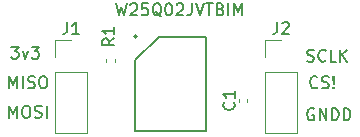
<source format=gbr>
%TF.GenerationSoftware,KiCad,Pcbnew,9.0.6*%
%TF.CreationDate,2025-11-01T16:48:45-04:00*%
%TF.ProjectId,W25Q02JVTBIM_breakout,57323551-3032-44a5-9654-42494d5f6272,rev?*%
%TF.SameCoordinates,Original*%
%TF.FileFunction,Legend,Top*%
%TF.FilePolarity,Positive*%
%FSLAX46Y46*%
G04 Gerber Fmt 4.6, Leading zero omitted, Abs format (unit mm)*
G04 Created by KiCad (PCBNEW 9.0.6) date 2025-11-01 16:48:45*
%MOMM*%
%LPD*%
G01*
G04 APERTURE LIST*
%ADD10C,0.150000*%
%ADD11C,0.120000*%
%ADD12C,0.200000*%
G04 APERTURE END LIST*
D10*
X166039160Y-93072200D02*
X166182017Y-93119819D01*
X166182017Y-93119819D02*
X166420112Y-93119819D01*
X166420112Y-93119819D02*
X166515350Y-93072200D01*
X166515350Y-93072200D02*
X166562969Y-93024580D01*
X166562969Y-93024580D02*
X166610588Y-92929342D01*
X166610588Y-92929342D02*
X166610588Y-92834104D01*
X166610588Y-92834104D02*
X166562969Y-92738866D01*
X166562969Y-92738866D02*
X166515350Y-92691247D01*
X166515350Y-92691247D02*
X166420112Y-92643628D01*
X166420112Y-92643628D02*
X166229636Y-92596009D01*
X166229636Y-92596009D02*
X166134398Y-92548390D01*
X166134398Y-92548390D02*
X166086779Y-92500771D01*
X166086779Y-92500771D02*
X166039160Y-92405533D01*
X166039160Y-92405533D02*
X166039160Y-92310295D01*
X166039160Y-92310295D02*
X166086779Y-92215057D01*
X166086779Y-92215057D02*
X166134398Y-92167438D01*
X166134398Y-92167438D02*
X166229636Y-92119819D01*
X166229636Y-92119819D02*
X166467731Y-92119819D01*
X166467731Y-92119819D02*
X166610588Y-92167438D01*
X167610588Y-93024580D02*
X167562969Y-93072200D01*
X167562969Y-93072200D02*
X167420112Y-93119819D01*
X167420112Y-93119819D02*
X167324874Y-93119819D01*
X167324874Y-93119819D02*
X167182017Y-93072200D01*
X167182017Y-93072200D02*
X167086779Y-92976961D01*
X167086779Y-92976961D02*
X167039160Y-92881723D01*
X167039160Y-92881723D02*
X166991541Y-92691247D01*
X166991541Y-92691247D02*
X166991541Y-92548390D01*
X166991541Y-92548390D02*
X167039160Y-92357914D01*
X167039160Y-92357914D02*
X167086779Y-92262676D01*
X167086779Y-92262676D02*
X167182017Y-92167438D01*
X167182017Y-92167438D02*
X167324874Y-92119819D01*
X167324874Y-92119819D02*
X167420112Y-92119819D01*
X167420112Y-92119819D02*
X167562969Y-92167438D01*
X167562969Y-92167438D02*
X167610588Y-92215057D01*
X168515350Y-93119819D02*
X168039160Y-93119819D01*
X168039160Y-93119819D02*
X168039160Y-92119819D01*
X168848684Y-93119819D02*
X168848684Y-92119819D01*
X169420112Y-93119819D02*
X168991541Y-92548390D01*
X169420112Y-92119819D02*
X168848684Y-92691247D01*
X140836779Y-97869819D02*
X140836779Y-96869819D01*
X140836779Y-96869819D02*
X141170112Y-97584104D01*
X141170112Y-97584104D02*
X141503445Y-96869819D01*
X141503445Y-96869819D02*
X141503445Y-97869819D01*
X142170112Y-96869819D02*
X142360588Y-96869819D01*
X142360588Y-96869819D02*
X142455826Y-96917438D01*
X142455826Y-96917438D02*
X142551064Y-97012676D01*
X142551064Y-97012676D02*
X142598683Y-97203152D01*
X142598683Y-97203152D02*
X142598683Y-97536485D01*
X142598683Y-97536485D02*
X142551064Y-97726961D01*
X142551064Y-97726961D02*
X142455826Y-97822200D01*
X142455826Y-97822200D02*
X142360588Y-97869819D01*
X142360588Y-97869819D02*
X142170112Y-97869819D01*
X142170112Y-97869819D02*
X142074874Y-97822200D01*
X142074874Y-97822200D02*
X141979636Y-97726961D01*
X141979636Y-97726961D02*
X141932017Y-97536485D01*
X141932017Y-97536485D02*
X141932017Y-97203152D01*
X141932017Y-97203152D02*
X141979636Y-97012676D01*
X141979636Y-97012676D02*
X142074874Y-96917438D01*
X142074874Y-96917438D02*
X142170112Y-96869819D01*
X142979636Y-97822200D02*
X143122493Y-97869819D01*
X143122493Y-97869819D02*
X143360588Y-97869819D01*
X143360588Y-97869819D02*
X143455826Y-97822200D01*
X143455826Y-97822200D02*
X143503445Y-97774580D01*
X143503445Y-97774580D02*
X143551064Y-97679342D01*
X143551064Y-97679342D02*
X143551064Y-97584104D01*
X143551064Y-97584104D02*
X143503445Y-97488866D01*
X143503445Y-97488866D02*
X143455826Y-97441247D01*
X143455826Y-97441247D02*
X143360588Y-97393628D01*
X143360588Y-97393628D02*
X143170112Y-97346009D01*
X143170112Y-97346009D02*
X143074874Y-97298390D01*
X143074874Y-97298390D02*
X143027255Y-97250771D01*
X143027255Y-97250771D02*
X142979636Y-97155533D01*
X142979636Y-97155533D02*
X142979636Y-97060295D01*
X142979636Y-97060295D02*
X143027255Y-96965057D01*
X143027255Y-96965057D02*
X143074874Y-96917438D01*
X143074874Y-96917438D02*
X143170112Y-96869819D01*
X143170112Y-96869819D02*
X143408207Y-96869819D01*
X143408207Y-96869819D02*
X143551064Y-96917438D01*
X143979636Y-97869819D02*
X143979636Y-96869819D01*
X166908207Y-95274580D02*
X166860588Y-95322200D01*
X166860588Y-95322200D02*
X166717731Y-95369819D01*
X166717731Y-95369819D02*
X166622493Y-95369819D01*
X166622493Y-95369819D02*
X166479636Y-95322200D01*
X166479636Y-95322200D02*
X166384398Y-95226961D01*
X166384398Y-95226961D02*
X166336779Y-95131723D01*
X166336779Y-95131723D02*
X166289160Y-94941247D01*
X166289160Y-94941247D02*
X166289160Y-94798390D01*
X166289160Y-94798390D02*
X166336779Y-94607914D01*
X166336779Y-94607914D02*
X166384398Y-94512676D01*
X166384398Y-94512676D02*
X166479636Y-94417438D01*
X166479636Y-94417438D02*
X166622493Y-94369819D01*
X166622493Y-94369819D02*
X166717731Y-94369819D01*
X166717731Y-94369819D02*
X166860588Y-94417438D01*
X166860588Y-94417438D02*
X166908207Y-94465057D01*
X167289160Y-95322200D02*
X167432017Y-95369819D01*
X167432017Y-95369819D02*
X167670112Y-95369819D01*
X167670112Y-95369819D02*
X167765350Y-95322200D01*
X167765350Y-95322200D02*
X167812969Y-95274580D01*
X167812969Y-95274580D02*
X167860588Y-95179342D01*
X167860588Y-95179342D02*
X167860588Y-95084104D01*
X167860588Y-95084104D02*
X167812969Y-94988866D01*
X167812969Y-94988866D02*
X167765350Y-94941247D01*
X167765350Y-94941247D02*
X167670112Y-94893628D01*
X167670112Y-94893628D02*
X167479636Y-94846009D01*
X167479636Y-94846009D02*
X167384398Y-94798390D01*
X167384398Y-94798390D02*
X167336779Y-94750771D01*
X167336779Y-94750771D02*
X167289160Y-94655533D01*
X167289160Y-94655533D02*
X167289160Y-94560295D01*
X167289160Y-94560295D02*
X167336779Y-94465057D01*
X167336779Y-94465057D02*
X167384398Y-94417438D01*
X167384398Y-94417438D02*
X167479636Y-94369819D01*
X167479636Y-94369819D02*
X167717731Y-94369819D01*
X167717731Y-94369819D02*
X167860588Y-94417438D01*
X168289160Y-95274580D02*
X168336779Y-95322200D01*
X168336779Y-95322200D02*
X168289160Y-95369819D01*
X168289160Y-95369819D02*
X168241541Y-95322200D01*
X168241541Y-95322200D02*
X168289160Y-95274580D01*
X168289160Y-95274580D02*
X168289160Y-95369819D01*
X168289160Y-94988866D02*
X168241541Y-94417438D01*
X168241541Y-94417438D02*
X168289160Y-94369819D01*
X168289160Y-94369819D02*
X168336779Y-94417438D01*
X168336779Y-94417438D02*
X168289160Y-94988866D01*
X168289160Y-94988866D02*
X168289160Y-94369819D01*
X166610588Y-97142438D02*
X166515350Y-97094819D01*
X166515350Y-97094819D02*
X166372493Y-97094819D01*
X166372493Y-97094819D02*
X166229636Y-97142438D01*
X166229636Y-97142438D02*
X166134398Y-97237676D01*
X166134398Y-97237676D02*
X166086779Y-97332914D01*
X166086779Y-97332914D02*
X166039160Y-97523390D01*
X166039160Y-97523390D02*
X166039160Y-97666247D01*
X166039160Y-97666247D02*
X166086779Y-97856723D01*
X166086779Y-97856723D02*
X166134398Y-97951961D01*
X166134398Y-97951961D02*
X166229636Y-98047200D01*
X166229636Y-98047200D02*
X166372493Y-98094819D01*
X166372493Y-98094819D02*
X166467731Y-98094819D01*
X166467731Y-98094819D02*
X166610588Y-98047200D01*
X166610588Y-98047200D02*
X166658207Y-97999580D01*
X166658207Y-97999580D02*
X166658207Y-97666247D01*
X166658207Y-97666247D02*
X166467731Y-97666247D01*
X167086779Y-98094819D02*
X167086779Y-97094819D01*
X167086779Y-97094819D02*
X167658207Y-98094819D01*
X167658207Y-98094819D02*
X167658207Y-97094819D01*
X168134398Y-98094819D02*
X168134398Y-97094819D01*
X168134398Y-97094819D02*
X168372493Y-97094819D01*
X168372493Y-97094819D02*
X168515350Y-97142438D01*
X168515350Y-97142438D02*
X168610588Y-97237676D01*
X168610588Y-97237676D02*
X168658207Y-97332914D01*
X168658207Y-97332914D02*
X168705826Y-97523390D01*
X168705826Y-97523390D02*
X168705826Y-97666247D01*
X168705826Y-97666247D02*
X168658207Y-97856723D01*
X168658207Y-97856723D02*
X168610588Y-97951961D01*
X168610588Y-97951961D02*
X168515350Y-98047200D01*
X168515350Y-98047200D02*
X168372493Y-98094819D01*
X168372493Y-98094819D02*
X168134398Y-98094819D01*
X169134398Y-98094819D02*
X169134398Y-97094819D01*
X169134398Y-97094819D02*
X169372493Y-97094819D01*
X169372493Y-97094819D02*
X169515350Y-97142438D01*
X169515350Y-97142438D02*
X169610588Y-97237676D01*
X169610588Y-97237676D02*
X169658207Y-97332914D01*
X169658207Y-97332914D02*
X169705826Y-97523390D01*
X169705826Y-97523390D02*
X169705826Y-97666247D01*
X169705826Y-97666247D02*
X169658207Y-97856723D01*
X169658207Y-97856723D02*
X169610588Y-97951961D01*
X169610588Y-97951961D02*
X169515350Y-98047200D01*
X169515350Y-98047200D02*
X169372493Y-98094819D01*
X169372493Y-98094819D02*
X169134398Y-98094819D01*
X140836779Y-95369819D02*
X140836779Y-94369819D01*
X140836779Y-94369819D02*
X141170112Y-95084104D01*
X141170112Y-95084104D02*
X141503445Y-94369819D01*
X141503445Y-94369819D02*
X141503445Y-95369819D01*
X141979636Y-95369819D02*
X141979636Y-94369819D01*
X142408207Y-95322200D02*
X142551064Y-95369819D01*
X142551064Y-95369819D02*
X142789159Y-95369819D01*
X142789159Y-95369819D02*
X142884397Y-95322200D01*
X142884397Y-95322200D02*
X142932016Y-95274580D01*
X142932016Y-95274580D02*
X142979635Y-95179342D01*
X142979635Y-95179342D02*
X142979635Y-95084104D01*
X142979635Y-95084104D02*
X142932016Y-94988866D01*
X142932016Y-94988866D02*
X142884397Y-94941247D01*
X142884397Y-94941247D02*
X142789159Y-94893628D01*
X142789159Y-94893628D02*
X142598683Y-94846009D01*
X142598683Y-94846009D02*
X142503445Y-94798390D01*
X142503445Y-94798390D02*
X142455826Y-94750771D01*
X142455826Y-94750771D02*
X142408207Y-94655533D01*
X142408207Y-94655533D02*
X142408207Y-94560295D01*
X142408207Y-94560295D02*
X142455826Y-94465057D01*
X142455826Y-94465057D02*
X142503445Y-94417438D01*
X142503445Y-94417438D02*
X142598683Y-94369819D01*
X142598683Y-94369819D02*
X142836778Y-94369819D01*
X142836778Y-94369819D02*
X142979635Y-94417438D01*
X143598683Y-94369819D02*
X143789159Y-94369819D01*
X143789159Y-94369819D02*
X143884397Y-94417438D01*
X143884397Y-94417438D02*
X143979635Y-94512676D01*
X143979635Y-94512676D02*
X144027254Y-94703152D01*
X144027254Y-94703152D02*
X144027254Y-95036485D01*
X144027254Y-95036485D02*
X143979635Y-95226961D01*
X143979635Y-95226961D02*
X143884397Y-95322200D01*
X143884397Y-95322200D02*
X143789159Y-95369819D01*
X143789159Y-95369819D02*
X143598683Y-95369819D01*
X143598683Y-95369819D02*
X143503445Y-95322200D01*
X143503445Y-95322200D02*
X143408207Y-95226961D01*
X143408207Y-95226961D02*
X143360588Y-95036485D01*
X143360588Y-95036485D02*
X143360588Y-94703152D01*
X143360588Y-94703152D02*
X143408207Y-94512676D01*
X143408207Y-94512676D02*
X143503445Y-94417438D01*
X143503445Y-94417438D02*
X143598683Y-94369819D01*
X140991541Y-91869819D02*
X141610588Y-91869819D01*
X141610588Y-91869819D02*
X141277255Y-92250771D01*
X141277255Y-92250771D02*
X141420112Y-92250771D01*
X141420112Y-92250771D02*
X141515350Y-92298390D01*
X141515350Y-92298390D02*
X141562969Y-92346009D01*
X141562969Y-92346009D02*
X141610588Y-92441247D01*
X141610588Y-92441247D02*
X141610588Y-92679342D01*
X141610588Y-92679342D02*
X141562969Y-92774580D01*
X141562969Y-92774580D02*
X141515350Y-92822200D01*
X141515350Y-92822200D02*
X141420112Y-92869819D01*
X141420112Y-92869819D02*
X141134398Y-92869819D01*
X141134398Y-92869819D02*
X141039160Y-92822200D01*
X141039160Y-92822200D02*
X140991541Y-92774580D01*
X141943922Y-92203152D02*
X142182017Y-92869819D01*
X142182017Y-92869819D02*
X142420112Y-92203152D01*
X142705827Y-91869819D02*
X143324874Y-91869819D01*
X143324874Y-91869819D02*
X142991541Y-92250771D01*
X142991541Y-92250771D02*
X143134398Y-92250771D01*
X143134398Y-92250771D02*
X143229636Y-92298390D01*
X143229636Y-92298390D02*
X143277255Y-92346009D01*
X143277255Y-92346009D02*
X143324874Y-92441247D01*
X143324874Y-92441247D02*
X143324874Y-92679342D01*
X143324874Y-92679342D02*
X143277255Y-92774580D01*
X143277255Y-92774580D02*
X143229636Y-92822200D01*
X143229636Y-92822200D02*
X143134398Y-92869819D01*
X143134398Y-92869819D02*
X142848684Y-92869819D01*
X142848684Y-92869819D02*
X142753446Y-92822200D01*
X142753446Y-92822200D02*
X142705827Y-92774580D01*
X163496666Y-89784819D02*
X163496666Y-90499104D01*
X163496666Y-90499104D02*
X163449047Y-90641961D01*
X163449047Y-90641961D02*
X163353809Y-90737200D01*
X163353809Y-90737200D02*
X163210952Y-90784819D01*
X163210952Y-90784819D02*
X163115714Y-90784819D01*
X163925238Y-89880057D02*
X163972857Y-89832438D01*
X163972857Y-89832438D02*
X164068095Y-89784819D01*
X164068095Y-89784819D02*
X164306190Y-89784819D01*
X164306190Y-89784819D02*
X164401428Y-89832438D01*
X164401428Y-89832438D02*
X164449047Y-89880057D01*
X164449047Y-89880057D02*
X164496666Y-89975295D01*
X164496666Y-89975295D02*
X164496666Y-90070533D01*
X164496666Y-90070533D02*
X164449047Y-90213390D01*
X164449047Y-90213390D02*
X163877619Y-90784819D01*
X163877619Y-90784819D02*
X164496666Y-90784819D01*
X145716666Y-89784819D02*
X145716666Y-90499104D01*
X145716666Y-90499104D02*
X145669047Y-90641961D01*
X145669047Y-90641961D02*
X145573809Y-90737200D01*
X145573809Y-90737200D02*
X145430952Y-90784819D01*
X145430952Y-90784819D02*
X145335714Y-90784819D01*
X146716666Y-90784819D02*
X146145238Y-90784819D01*
X146430952Y-90784819D02*
X146430952Y-89784819D01*
X146430952Y-89784819D02*
X146335714Y-89927676D01*
X146335714Y-89927676D02*
X146240476Y-90022914D01*
X146240476Y-90022914D02*
X146145238Y-90070533D01*
X149704819Y-91166666D02*
X149228628Y-91499999D01*
X149704819Y-91738094D02*
X148704819Y-91738094D01*
X148704819Y-91738094D02*
X148704819Y-91357142D01*
X148704819Y-91357142D02*
X148752438Y-91261904D01*
X148752438Y-91261904D02*
X148800057Y-91214285D01*
X148800057Y-91214285D02*
X148895295Y-91166666D01*
X148895295Y-91166666D02*
X149038152Y-91166666D01*
X149038152Y-91166666D02*
X149133390Y-91214285D01*
X149133390Y-91214285D02*
X149181009Y-91261904D01*
X149181009Y-91261904D02*
X149228628Y-91357142D01*
X149228628Y-91357142D02*
X149228628Y-91738094D01*
X149704819Y-90214285D02*
X149704819Y-90785713D01*
X149704819Y-90499999D02*
X148704819Y-90499999D01*
X148704819Y-90499999D02*
X148847676Y-90595237D01*
X148847676Y-90595237D02*
X148942914Y-90690475D01*
X148942914Y-90690475D02*
X148990533Y-90785713D01*
X159824580Y-96571666D02*
X159872200Y-96619285D01*
X159872200Y-96619285D02*
X159919819Y-96762142D01*
X159919819Y-96762142D02*
X159919819Y-96857380D01*
X159919819Y-96857380D02*
X159872200Y-97000237D01*
X159872200Y-97000237D02*
X159776961Y-97095475D01*
X159776961Y-97095475D02*
X159681723Y-97143094D01*
X159681723Y-97143094D02*
X159491247Y-97190713D01*
X159491247Y-97190713D02*
X159348390Y-97190713D01*
X159348390Y-97190713D02*
X159157914Y-97143094D01*
X159157914Y-97143094D02*
X159062676Y-97095475D01*
X159062676Y-97095475D02*
X158967438Y-97000237D01*
X158967438Y-97000237D02*
X158919819Y-96857380D01*
X158919819Y-96857380D02*
X158919819Y-96762142D01*
X158919819Y-96762142D02*
X158967438Y-96619285D01*
X158967438Y-96619285D02*
X159015057Y-96571666D01*
X159919819Y-95619285D02*
X159919819Y-96190713D01*
X159919819Y-95904999D02*
X158919819Y-95904999D01*
X158919819Y-95904999D02*
X159062676Y-96000237D01*
X159062676Y-96000237D02*
X159157914Y-96095475D01*
X159157914Y-96095475D02*
X159205533Y-96190713D01*
X149892857Y-88204819D02*
X150130952Y-89204819D01*
X150130952Y-89204819D02*
X150321428Y-88490533D01*
X150321428Y-88490533D02*
X150511904Y-89204819D01*
X150511904Y-89204819D02*
X150750000Y-88204819D01*
X151083333Y-88300057D02*
X151130952Y-88252438D01*
X151130952Y-88252438D02*
X151226190Y-88204819D01*
X151226190Y-88204819D02*
X151464285Y-88204819D01*
X151464285Y-88204819D02*
X151559523Y-88252438D01*
X151559523Y-88252438D02*
X151607142Y-88300057D01*
X151607142Y-88300057D02*
X151654761Y-88395295D01*
X151654761Y-88395295D02*
X151654761Y-88490533D01*
X151654761Y-88490533D02*
X151607142Y-88633390D01*
X151607142Y-88633390D02*
X151035714Y-89204819D01*
X151035714Y-89204819D02*
X151654761Y-89204819D01*
X152559523Y-88204819D02*
X152083333Y-88204819D01*
X152083333Y-88204819D02*
X152035714Y-88681009D01*
X152035714Y-88681009D02*
X152083333Y-88633390D01*
X152083333Y-88633390D02*
X152178571Y-88585771D01*
X152178571Y-88585771D02*
X152416666Y-88585771D01*
X152416666Y-88585771D02*
X152511904Y-88633390D01*
X152511904Y-88633390D02*
X152559523Y-88681009D01*
X152559523Y-88681009D02*
X152607142Y-88776247D01*
X152607142Y-88776247D02*
X152607142Y-89014342D01*
X152607142Y-89014342D02*
X152559523Y-89109580D01*
X152559523Y-89109580D02*
X152511904Y-89157200D01*
X152511904Y-89157200D02*
X152416666Y-89204819D01*
X152416666Y-89204819D02*
X152178571Y-89204819D01*
X152178571Y-89204819D02*
X152083333Y-89157200D01*
X152083333Y-89157200D02*
X152035714Y-89109580D01*
X153702380Y-89300057D02*
X153607142Y-89252438D01*
X153607142Y-89252438D02*
X153511904Y-89157200D01*
X153511904Y-89157200D02*
X153369047Y-89014342D01*
X153369047Y-89014342D02*
X153273809Y-88966723D01*
X153273809Y-88966723D02*
X153178571Y-88966723D01*
X153226190Y-89204819D02*
X153130952Y-89157200D01*
X153130952Y-89157200D02*
X153035714Y-89061961D01*
X153035714Y-89061961D02*
X152988095Y-88871485D01*
X152988095Y-88871485D02*
X152988095Y-88538152D01*
X152988095Y-88538152D02*
X153035714Y-88347676D01*
X153035714Y-88347676D02*
X153130952Y-88252438D01*
X153130952Y-88252438D02*
X153226190Y-88204819D01*
X153226190Y-88204819D02*
X153416666Y-88204819D01*
X153416666Y-88204819D02*
X153511904Y-88252438D01*
X153511904Y-88252438D02*
X153607142Y-88347676D01*
X153607142Y-88347676D02*
X153654761Y-88538152D01*
X153654761Y-88538152D02*
X153654761Y-88871485D01*
X153654761Y-88871485D02*
X153607142Y-89061961D01*
X153607142Y-89061961D02*
X153511904Y-89157200D01*
X153511904Y-89157200D02*
X153416666Y-89204819D01*
X153416666Y-89204819D02*
X153226190Y-89204819D01*
X154273809Y-88204819D02*
X154369047Y-88204819D01*
X154369047Y-88204819D02*
X154464285Y-88252438D01*
X154464285Y-88252438D02*
X154511904Y-88300057D01*
X154511904Y-88300057D02*
X154559523Y-88395295D01*
X154559523Y-88395295D02*
X154607142Y-88585771D01*
X154607142Y-88585771D02*
X154607142Y-88823866D01*
X154607142Y-88823866D02*
X154559523Y-89014342D01*
X154559523Y-89014342D02*
X154511904Y-89109580D01*
X154511904Y-89109580D02*
X154464285Y-89157200D01*
X154464285Y-89157200D02*
X154369047Y-89204819D01*
X154369047Y-89204819D02*
X154273809Y-89204819D01*
X154273809Y-89204819D02*
X154178571Y-89157200D01*
X154178571Y-89157200D02*
X154130952Y-89109580D01*
X154130952Y-89109580D02*
X154083333Y-89014342D01*
X154083333Y-89014342D02*
X154035714Y-88823866D01*
X154035714Y-88823866D02*
X154035714Y-88585771D01*
X154035714Y-88585771D02*
X154083333Y-88395295D01*
X154083333Y-88395295D02*
X154130952Y-88300057D01*
X154130952Y-88300057D02*
X154178571Y-88252438D01*
X154178571Y-88252438D02*
X154273809Y-88204819D01*
X154988095Y-88300057D02*
X155035714Y-88252438D01*
X155035714Y-88252438D02*
X155130952Y-88204819D01*
X155130952Y-88204819D02*
X155369047Y-88204819D01*
X155369047Y-88204819D02*
X155464285Y-88252438D01*
X155464285Y-88252438D02*
X155511904Y-88300057D01*
X155511904Y-88300057D02*
X155559523Y-88395295D01*
X155559523Y-88395295D02*
X155559523Y-88490533D01*
X155559523Y-88490533D02*
X155511904Y-88633390D01*
X155511904Y-88633390D02*
X154940476Y-89204819D01*
X154940476Y-89204819D02*
X155559523Y-89204819D01*
X156273809Y-88204819D02*
X156273809Y-88919104D01*
X156273809Y-88919104D02*
X156226190Y-89061961D01*
X156226190Y-89061961D02*
X156130952Y-89157200D01*
X156130952Y-89157200D02*
X155988095Y-89204819D01*
X155988095Y-89204819D02*
X155892857Y-89204819D01*
X156607143Y-88204819D02*
X156940476Y-89204819D01*
X156940476Y-89204819D02*
X157273809Y-88204819D01*
X157464286Y-88204819D02*
X158035714Y-88204819D01*
X157750000Y-89204819D02*
X157750000Y-88204819D01*
X158702381Y-88681009D02*
X158845238Y-88728628D01*
X158845238Y-88728628D02*
X158892857Y-88776247D01*
X158892857Y-88776247D02*
X158940476Y-88871485D01*
X158940476Y-88871485D02*
X158940476Y-89014342D01*
X158940476Y-89014342D02*
X158892857Y-89109580D01*
X158892857Y-89109580D02*
X158845238Y-89157200D01*
X158845238Y-89157200D02*
X158750000Y-89204819D01*
X158750000Y-89204819D02*
X158369048Y-89204819D01*
X158369048Y-89204819D02*
X158369048Y-88204819D01*
X158369048Y-88204819D02*
X158702381Y-88204819D01*
X158702381Y-88204819D02*
X158797619Y-88252438D01*
X158797619Y-88252438D02*
X158845238Y-88300057D01*
X158845238Y-88300057D02*
X158892857Y-88395295D01*
X158892857Y-88395295D02*
X158892857Y-88490533D01*
X158892857Y-88490533D02*
X158845238Y-88585771D01*
X158845238Y-88585771D02*
X158797619Y-88633390D01*
X158797619Y-88633390D02*
X158702381Y-88681009D01*
X158702381Y-88681009D02*
X158369048Y-88681009D01*
X159369048Y-89204819D02*
X159369048Y-88204819D01*
X159845238Y-89204819D02*
X159845238Y-88204819D01*
X159845238Y-88204819D02*
X160178571Y-88919104D01*
X160178571Y-88919104D02*
X160511904Y-88204819D01*
X160511904Y-88204819D02*
X160511904Y-89204819D01*
D11*
%TO.C,J2*%
X162450000Y-91330000D02*
X163830000Y-91330000D01*
X162450000Y-92710000D02*
X162450000Y-91330000D01*
X162450000Y-93980000D02*
X162450000Y-99170000D01*
X162450000Y-93980000D02*
X165210000Y-93980000D01*
X162450000Y-99170000D02*
X165210000Y-99170000D01*
X165210000Y-93980000D02*
X165210000Y-99170000D01*
%TO.C,J1*%
X144670000Y-91330000D02*
X146050000Y-91330000D01*
X144670000Y-92710000D02*
X144670000Y-91330000D01*
X144670000Y-93980000D02*
X144670000Y-99170000D01*
X144670000Y-93980000D02*
X147430000Y-93980000D01*
X144670000Y-99170000D02*
X147430000Y-99170000D01*
X147430000Y-93980000D02*
X147430000Y-99170000D01*
%TO.C,R1*%
X149015000Y-93127836D02*
X149015000Y-92912164D01*
X149735000Y-93127836D02*
X149735000Y-92912164D01*
%TO.C,C1*%
X160265000Y-96512836D02*
X160265000Y-96297164D01*
X160985000Y-96512836D02*
X160985000Y-96297164D01*
D12*
%TO.C,IC1*%
X151500000Y-93000000D02*
X153500000Y-91000000D01*
X151500000Y-99000000D02*
X151500000Y-93000000D01*
X153500000Y-91000000D02*
X157500000Y-91000000D01*
X157500000Y-91000000D02*
X157500000Y-99000000D01*
X157500000Y-99000000D02*
X151500000Y-99000000D01*
X151600000Y-91000000D02*
G75*
G02*
X151400000Y-91000000I-100000J0D01*
G01*
X151400000Y-91000000D02*
G75*
G02*
X151600000Y-91000000I100000J0D01*
G01*
%TD*%
M02*

</source>
